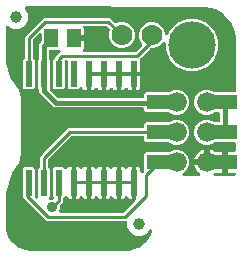
<source format=gbr>
G04 EAGLE Gerber RS-274X export*
G75*
%MOMM*%
%FSLAX34Y34*%
%LPD*%
%INBottom Copper*%
%IPPOS*%
%AMOC8*
5,1,8,0,0,1.08239X$1,22.5*%
G01*
%ADD10R,1.240000X1.500000*%
%ADD11C,4.016000*%
%ADD12C,1.676400*%
%ADD13R,2.032000X1.270000*%
%ADD14C,1.000000*%
%ADD15R,0.600000X2.200000*%
%ADD16C,1.778000*%
%ADD17C,0.406400*%
%ADD18C,0.906400*%
%ADD19C,0.254000*%
%ADD20C,0.304800*%

G36*
X105432Y4067D02*
X105432Y4067D01*
X105510Y4069D01*
X108887Y4334D01*
X108955Y4348D01*
X109024Y4353D01*
X109180Y4393D01*
X115604Y6480D01*
X115711Y6530D01*
X115822Y6574D01*
X115873Y6607D01*
X115892Y6615D01*
X115907Y6628D01*
X115958Y6660D01*
X121422Y10631D01*
X121509Y10712D01*
X121556Y10751D01*
X121562Y10755D01*
X121563Y10756D01*
X121601Y10788D01*
X121639Y10834D01*
X121654Y10848D01*
X121665Y10866D01*
X121703Y10912D01*
X125674Y16376D01*
X125731Y16480D01*
X125795Y16580D01*
X125817Y16637D01*
X125827Y16655D01*
X125832Y16675D01*
X125854Y16730D01*
X127090Y20535D01*
X127095Y20561D01*
X127106Y20585D01*
X127125Y20717D01*
X127150Y20847D01*
X127148Y20874D01*
X127152Y20900D01*
X127138Y21032D01*
X127130Y21165D01*
X127122Y21190D01*
X127119Y21216D01*
X127073Y21341D01*
X127032Y21467D01*
X127017Y21490D01*
X127008Y21515D01*
X126932Y21624D01*
X126861Y21736D01*
X126842Y21754D01*
X126827Y21776D01*
X126726Y21863D01*
X126630Y21953D01*
X126606Y21966D01*
X126586Y21984D01*
X126467Y22043D01*
X126351Y22107D01*
X126325Y22113D01*
X126301Y22125D01*
X126171Y22153D01*
X126043Y22186D01*
X126016Y22186D01*
X125990Y22192D01*
X125857Y22186D01*
X125725Y22186D01*
X125699Y22180D01*
X125673Y22179D01*
X125545Y22140D01*
X125417Y22108D01*
X125394Y22095D01*
X125368Y22087D01*
X125254Y22018D01*
X125138Y21955D01*
X125119Y21936D01*
X125096Y21923D01*
X125003Y21828D01*
X124906Y21737D01*
X124892Y21715D01*
X124873Y21696D01*
X124784Y21562D01*
X123653Y19603D01*
X119012Y16923D01*
X113652Y16923D01*
X109011Y19603D01*
X106331Y24244D01*
X106331Y28448D01*
X106316Y28566D01*
X106309Y28685D01*
X106296Y28723D01*
X106291Y28764D01*
X106248Y28874D01*
X106211Y28987D01*
X106189Y29022D01*
X106174Y29059D01*
X106105Y29155D01*
X106041Y29256D01*
X106011Y29284D01*
X105988Y29317D01*
X105896Y29393D01*
X105809Y29474D01*
X105774Y29494D01*
X105743Y29519D01*
X105635Y29570D01*
X105531Y29628D01*
X105491Y29638D01*
X105455Y29655D01*
X105338Y29677D01*
X105223Y29707D01*
X105163Y29711D01*
X105143Y29715D01*
X105122Y29713D01*
X105062Y29717D01*
X38002Y29717D01*
X35696Y32023D01*
X35696Y32024D01*
X20594Y47126D01*
X18225Y49494D01*
X18211Y49530D01*
X18183Y49625D01*
X18153Y49677D01*
X18130Y49733D01*
X18072Y49814D01*
X18022Y49899D01*
X17956Y49974D01*
X17944Y49991D01*
X17934Y49999D01*
X17916Y50020D01*
X17827Y50108D01*
X17827Y73792D01*
X19018Y74983D01*
X26702Y74983D01*
X27893Y73792D01*
X27893Y49694D01*
X27905Y49596D01*
X27908Y49497D01*
X27925Y49438D01*
X27933Y49378D01*
X27969Y49286D01*
X27997Y49191D01*
X28027Y49139D01*
X28050Y49083D01*
X28108Y49003D01*
X28158Y48917D01*
X28224Y48842D01*
X28236Y48825D01*
X28246Y48817D01*
X28264Y48796D01*
X28361Y48700D01*
X28470Y48615D01*
X28577Y48526D01*
X28596Y48518D01*
X28612Y48505D01*
X28740Y48450D01*
X28865Y48391D01*
X28885Y48387D01*
X28904Y48379D01*
X29042Y48357D01*
X29178Y48331D01*
X29198Y48332D01*
X29218Y48329D01*
X29357Y48342D01*
X29495Y48351D01*
X29514Y48357D01*
X29534Y48359D01*
X29666Y48406D01*
X29797Y48449D01*
X29815Y48460D01*
X29834Y48467D01*
X29949Y48545D01*
X30066Y48619D01*
X30080Y48634D01*
X30097Y48645D01*
X30189Y48749D01*
X30284Y48851D01*
X30294Y48868D01*
X30307Y48884D01*
X30371Y49007D01*
X30438Y49129D01*
X30443Y49149D01*
X30452Y49167D01*
X30482Y49303D01*
X30517Y49437D01*
X30519Y49465D01*
X30522Y49477D01*
X30521Y49498D01*
X30527Y49598D01*
X30527Y73792D01*
X31886Y75150D01*
X31946Y75229D01*
X32014Y75301D01*
X32043Y75354D01*
X32080Y75402D01*
X32120Y75492D01*
X32168Y75579D01*
X32183Y75638D01*
X32207Y75693D01*
X32222Y75791D01*
X32247Y75887D01*
X32253Y75987D01*
X32257Y76007D01*
X32255Y76020D01*
X32257Y76048D01*
X32257Y83918D01*
X34563Y86224D01*
X34564Y86224D01*
X53730Y105390D01*
X56036Y107697D01*
X119380Y107697D01*
X119498Y107712D01*
X119617Y107719D01*
X119655Y107732D01*
X119696Y107737D01*
X119806Y107780D01*
X119919Y107817D01*
X119954Y107839D01*
X119991Y107854D01*
X120087Y107923D01*
X120188Y107987D01*
X120216Y108017D01*
X120249Y108040D01*
X120325Y108132D01*
X120406Y108219D01*
X120426Y108254D01*
X120451Y108285D01*
X120502Y108393D01*
X120560Y108497D01*
X120570Y108537D01*
X120587Y108573D01*
X120609Y108690D01*
X120639Y108805D01*
X120643Y108865D01*
X120647Y108885D01*
X120645Y108906D01*
X120649Y108966D01*
X120649Y111586D01*
X121840Y112777D01*
X141210Y112777D01*
X141309Y112789D01*
X141408Y112792D01*
X141466Y112809D01*
X141526Y112817D01*
X141618Y112853D01*
X141713Y112881D01*
X141765Y112911D01*
X141822Y112934D01*
X141902Y112992D01*
X141987Y113042D01*
X142062Y113108D01*
X142079Y113120D01*
X142087Y113130D01*
X142108Y113149D01*
X142183Y113223D01*
X146010Y114809D01*
X150154Y114809D01*
X153981Y113223D01*
X156911Y110293D01*
X158497Y106466D01*
X158497Y102322D01*
X156911Y98495D01*
X153981Y95565D01*
X150154Y93979D01*
X146010Y93979D01*
X142183Y95565D01*
X142108Y95639D01*
X142030Y95700D01*
X141957Y95768D01*
X141904Y95797D01*
X141857Y95834D01*
X141766Y95874D01*
X141679Y95922D01*
X141620Y95937D01*
X141565Y95961D01*
X141467Y95976D01*
X141371Y96001D01*
X141271Y96007D01*
X141251Y96011D01*
X141239Y96009D01*
X141210Y96011D01*
X121840Y96011D01*
X120649Y97202D01*
X120649Y99822D01*
X120634Y99940D01*
X120627Y100059D01*
X120614Y100097D01*
X120609Y100138D01*
X120566Y100248D01*
X120529Y100361D01*
X120507Y100396D01*
X120492Y100433D01*
X120423Y100529D01*
X120359Y100630D01*
X120329Y100658D01*
X120306Y100691D01*
X120214Y100767D01*
X120127Y100848D01*
X120092Y100868D01*
X120061Y100893D01*
X119953Y100944D01*
X119849Y101002D01*
X119809Y101012D01*
X119773Y101029D01*
X119656Y101051D01*
X119541Y101081D01*
X119481Y101085D01*
X119461Y101089D01*
X119440Y101087D01*
X119380Y101091D01*
X59298Y101091D01*
X59200Y101079D01*
X59101Y101076D01*
X59042Y101059D01*
X58982Y101051D01*
X58890Y101015D01*
X58795Y100987D01*
X58743Y100957D01*
X58687Y100934D01*
X58607Y100876D01*
X58521Y100826D01*
X58446Y100760D01*
X58429Y100748D01*
X58421Y100738D01*
X58400Y100720D01*
X39234Y81554D01*
X39174Y81475D01*
X39106Y81403D01*
X39077Y81350D01*
X39040Y81302D01*
X39000Y81211D01*
X38952Y81125D01*
X38937Y81066D01*
X38913Y81011D01*
X38898Y80913D01*
X38873Y80817D01*
X38867Y80717D01*
X38863Y80697D01*
X38865Y80684D01*
X38863Y80656D01*
X38863Y76048D01*
X38875Y75950D01*
X38878Y75851D01*
X38895Y75792D01*
X38903Y75732D01*
X38939Y75640D01*
X38967Y75545D01*
X38997Y75493D01*
X39020Y75437D01*
X39078Y75356D01*
X39128Y75271D01*
X39194Y75196D01*
X39206Y75179D01*
X39216Y75171D01*
X39234Y75150D01*
X40593Y73792D01*
X40593Y50108D01*
X40007Y49523D01*
X39965Y49467D01*
X39914Y49419D01*
X39867Y49342D01*
X39812Y49271D01*
X39785Y49207D01*
X39748Y49148D01*
X39722Y49062D01*
X39686Y48979D01*
X39675Y48910D01*
X39654Y48844D01*
X39650Y48754D01*
X39636Y48665D01*
X39643Y48596D01*
X39639Y48526D01*
X39657Y48438D01*
X39666Y48349D01*
X39690Y48283D01*
X39704Y48215D01*
X39743Y48134D01*
X39773Y48049D01*
X39813Y47992D01*
X39843Y47929D01*
X39902Y47860D01*
X39952Y47786D01*
X40004Y47740D01*
X40050Y47687D01*
X40123Y47635D01*
X40190Y47576D01*
X40253Y47544D01*
X40310Y47504D01*
X40394Y47472D01*
X40474Y47431D01*
X40542Y47416D01*
X40607Y47391D01*
X40696Y47381D01*
X40784Y47362D01*
X40854Y47364D01*
X40923Y47356D01*
X41012Y47368D01*
X41102Y47371D01*
X41169Y47391D01*
X41238Y47400D01*
X41292Y47419D01*
X42852Y47419D01*
X42990Y47436D01*
X43129Y47449D01*
X43148Y47456D01*
X43168Y47459D01*
X43297Y47510D01*
X43428Y47557D01*
X43445Y47568D01*
X43464Y47576D01*
X43576Y47657D01*
X43691Y47735D01*
X43704Y47751D01*
X43721Y47762D01*
X43810Y47870D01*
X43902Y47974D01*
X43911Y47992D01*
X43924Y48007D01*
X43983Y48133D01*
X44046Y48257D01*
X44051Y48277D01*
X44059Y48295D01*
X44085Y48432D01*
X44116Y48567D01*
X44115Y48588D01*
X44119Y48607D01*
X44110Y48746D01*
X44106Y48885D01*
X44101Y48905D01*
X44099Y48925D01*
X44057Y49057D01*
X44018Y49191D01*
X44007Y49208D01*
X44001Y49227D01*
X43927Y49345D01*
X43856Y49465D01*
X43838Y49486D01*
X43831Y49496D01*
X43816Y49510D01*
X43750Y49585D01*
X43227Y50108D01*
X43227Y73792D01*
X44418Y74983D01*
X52102Y74983D01*
X53530Y73554D01*
X53630Y73477D01*
X53725Y73395D01*
X53755Y73380D01*
X53782Y73359D01*
X53897Y73309D01*
X54009Y73254D01*
X54042Y73247D01*
X54073Y73233D01*
X54198Y73213D01*
X54321Y73187D01*
X54354Y73189D01*
X54387Y73183D01*
X54513Y73195D01*
X54638Y73200D01*
X54671Y73210D01*
X54704Y73213D01*
X54822Y73256D01*
X54943Y73292D01*
X54972Y73309D01*
X55003Y73321D01*
X55107Y73391D01*
X55215Y73456D01*
X55239Y73480D01*
X55267Y73499D01*
X55350Y73594D01*
X55438Y73683D01*
X55465Y73724D01*
X55477Y73738D01*
X55487Y73757D01*
X55527Y73817D01*
X55927Y74510D01*
X56400Y74983D01*
X56979Y75318D01*
X57626Y75491D01*
X59461Y75491D01*
X59461Y62180D01*
X59476Y62062D01*
X59483Y61943D01*
X59485Y61936D01*
X59471Y61880D01*
X59467Y61820D01*
X59463Y61800D01*
X59465Y61780D01*
X59461Y61720D01*
X59461Y48409D01*
X57626Y48409D01*
X56979Y48582D01*
X56400Y48917D01*
X55927Y49390D01*
X55527Y50083D01*
X55451Y50183D01*
X55380Y50287D01*
X55355Y50309D01*
X55335Y50336D01*
X55236Y50414D01*
X55142Y50497D01*
X55112Y50513D01*
X55086Y50534D01*
X54970Y50585D01*
X54859Y50642D01*
X54826Y50649D01*
X54795Y50663D01*
X54671Y50684D01*
X54548Y50712D01*
X54515Y50711D01*
X54481Y50716D01*
X54356Y50706D01*
X54231Y50702D01*
X54198Y50693D01*
X54165Y50690D01*
X54046Y50648D01*
X53925Y50614D01*
X53896Y50596D01*
X53864Y50585D01*
X53759Y50516D01*
X53651Y50452D01*
X53614Y50420D01*
X53599Y50410D01*
X53585Y50393D01*
X53530Y50346D01*
X51934Y48750D01*
X51874Y48671D01*
X51806Y48599D01*
X51777Y48546D01*
X51740Y48498D01*
X51700Y48408D01*
X51652Y48321D01*
X51637Y48262D01*
X51613Y48207D01*
X51598Y48109D01*
X51573Y48013D01*
X51567Y47913D01*
X51563Y47893D01*
X51565Y47880D01*
X51563Y47852D01*
X51563Y45131D01*
X49551Y43120D01*
X49491Y43041D01*
X49423Y42969D01*
X49394Y42916D01*
X49357Y42868D01*
X49317Y42777D01*
X49269Y42691D01*
X49254Y42632D01*
X49230Y42577D01*
X49215Y42479D01*
X49190Y42383D01*
X49184Y42283D01*
X49180Y42262D01*
X49182Y42250D01*
X49180Y42222D01*
X49180Y39548D01*
X48571Y38078D01*
X48558Y38030D01*
X48536Y37985D01*
X48516Y37877D01*
X48487Y37771D01*
X48486Y37721D01*
X48477Y37672D01*
X48483Y37563D01*
X48482Y37453D01*
X48493Y37405D01*
X48496Y37355D01*
X48530Y37251D01*
X48556Y37144D01*
X48579Y37100D01*
X48594Y37053D01*
X48653Y36960D01*
X48705Y36863D01*
X48738Y36826D01*
X48765Y36784D01*
X48845Y36709D01*
X48918Y36627D01*
X48960Y36600D01*
X48996Y36566D01*
X49092Y36513D01*
X49184Y36453D01*
X49231Y36436D01*
X49275Y36412D01*
X49381Y36385D01*
X49485Y36349D01*
X49535Y36345D01*
X49583Y36333D01*
X49743Y36323D01*
X102246Y36323D01*
X102344Y36335D01*
X102443Y36338D01*
X102502Y36355D01*
X102562Y36363D01*
X102654Y36399D01*
X102749Y36427D01*
X102801Y36457D01*
X102857Y36480D01*
X102938Y36538D01*
X103023Y36588D01*
X103098Y36654D01*
X103115Y36666D01*
X103123Y36676D01*
X103144Y36694D01*
X112888Y46438D01*
X112948Y46517D01*
X113016Y46589D01*
X113045Y46642D01*
X113082Y46690D01*
X113122Y46781D01*
X113170Y46867D01*
X113185Y46926D01*
X113209Y46981D01*
X113224Y47079D01*
X113249Y47175D01*
X113255Y47275D01*
X113259Y47296D01*
X113257Y47308D01*
X113259Y47336D01*
X113259Y61720D01*
X113244Y61838D01*
X113237Y61957D01*
X113235Y61964D01*
X113249Y62020D01*
X113253Y62080D01*
X113257Y62100D01*
X113255Y62120D01*
X113259Y62180D01*
X113259Y75491D01*
X115094Y75491D01*
X115741Y75318D01*
X116320Y74983D01*
X116793Y74510D01*
X117128Y73931D01*
X117301Y73284D01*
X117301Y71188D01*
X117318Y71050D01*
X117331Y70911D01*
X117338Y70892D01*
X117341Y70872D01*
X117392Y70743D01*
X117439Y70612D01*
X117450Y70595D01*
X117458Y70577D01*
X117539Y70464D01*
X117617Y70349D01*
X117633Y70336D01*
X117644Y70319D01*
X117752Y70230D01*
X117856Y70138D01*
X117874Y70129D01*
X117889Y70116D01*
X118015Y70057D01*
X118139Y69994D01*
X118159Y69989D01*
X118177Y69981D01*
X118314Y69955D01*
X118449Y69924D01*
X118470Y69925D01*
X118489Y69921D01*
X118628Y69930D01*
X118767Y69934D01*
X118787Y69940D01*
X118807Y69941D01*
X118939Y69984D01*
X119073Y70022D01*
X119090Y70033D01*
X119109Y70039D01*
X119227Y70113D01*
X119347Y70184D01*
X119368Y70202D01*
X119378Y70209D01*
X119392Y70224D01*
X119467Y70290D01*
X120278Y71100D01*
X120338Y71178D01*
X120406Y71251D01*
X120435Y71304D01*
X120472Y71352D01*
X120512Y71442D01*
X120560Y71529D01*
X120575Y71588D01*
X120599Y71643D01*
X120614Y71741D01*
X120639Y71837D01*
X120645Y71937D01*
X120649Y71958D01*
X120647Y71970D01*
X120649Y71998D01*
X120649Y86186D01*
X121840Y87377D01*
X141210Y87377D01*
X141309Y87389D01*
X141408Y87392D01*
X141466Y87409D01*
X141526Y87417D01*
X141618Y87453D01*
X141713Y87481D01*
X141765Y87511D01*
X141822Y87534D01*
X141902Y87592D01*
X141987Y87642D01*
X142062Y87708D01*
X142079Y87720D01*
X142087Y87730D01*
X142108Y87748D01*
X142183Y87823D01*
X146010Y89409D01*
X150154Y89409D01*
X153981Y87823D01*
X156911Y84893D01*
X158497Y81066D01*
X158497Y76922D01*
X156911Y73095D01*
X153981Y70165D01*
X153600Y70007D01*
X153539Y69972D01*
X153474Y69946D01*
X153401Y69894D01*
X153323Y69849D01*
X153273Y69801D01*
X153217Y69760D01*
X153159Y69690D01*
X153095Y69628D01*
X153058Y69568D01*
X153014Y69515D01*
X152976Y69433D01*
X152929Y69357D01*
X152908Y69290D01*
X152878Y69227D01*
X152861Y69139D01*
X152835Y69053D01*
X152832Y68983D01*
X152819Y68914D01*
X152824Y68825D01*
X152820Y68735D01*
X152834Y68667D01*
X152838Y68597D01*
X152866Y68512D01*
X152884Y68424D01*
X152915Y68361D01*
X152936Y68295D01*
X152984Y68219D01*
X153024Y68138D01*
X153069Y68085D01*
X153106Y68026D01*
X153172Y67964D01*
X153230Y67896D01*
X153287Y67856D01*
X153338Y67808D01*
X153417Y67765D01*
X153490Y67713D01*
X153555Y67688D01*
X153617Y67654D01*
X153704Y67632D01*
X153788Y67600D01*
X153857Y67592D01*
X153925Y67575D01*
X154085Y67565D01*
X166724Y67565D01*
X166803Y67575D01*
X166883Y67575D01*
X166960Y67595D01*
X167039Y67605D01*
X167113Y67634D01*
X167191Y67654D01*
X167261Y67692D01*
X167335Y67722D01*
X167400Y67768D01*
X167469Y67807D01*
X167528Y67861D01*
X167592Y67908D01*
X167643Y67970D01*
X167701Y68024D01*
X167744Y68092D01*
X167795Y68153D01*
X167829Y68225D01*
X167872Y68293D01*
X167897Y68369D01*
X167931Y68441D01*
X167946Y68519D01*
X167970Y68595D01*
X167976Y68675D01*
X167991Y68753D01*
X167986Y68833D01*
X167991Y68912D01*
X167976Y68991D01*
X167971Y69071D01*
X167946Y69147D01*
X167931Y69225D01*
X167897Y69297D01*
X167873Y69373D01*
X167830Y69441D01*
X167796Y69513D01*
X167745Y69575D01*
X167703Y69642D01*
X167645Y69697D01*
X167594Y69758D01*
X167472Y69859D01*
X167471Y69860D01*
X167470Y69861D01*
X166366Y70663D01*
X165151Y71878D01*
X164140Y73269D01*
X163359Y74801D01*
X162828Y76436D01*
X162819Y76495D01*
X172252Y76495D01*
X172370Y76510D01*
X172489Y76517D01*
X172527Y76529D01*
X172567Y76535D01*
X172678Y76578D01*
X172791Y76615D01*
X172825Y76637D01*
X172863Y76652D01*
X172959Y76721D01*
X173060Y76785D01*
X173088Y76815D01*
X173120Y76838D01*
X173196Y76930D01*
X173278Y77017D01*
X173297Y77052D01*
X173323Y77083D01*
X173374Y77191D01*
X173431Y77295D01*
X173441Y77335D01*
X173459Y77371D01*
X173479Y77478D01*
X173483Y77448D01*
X173527Y77338D01*
X173563Y77225D01*
X173585Y77190D01*
X173600Y77153D01*
X173670Y77056D01*
X173733Y76956D01*
X173763Y76928D01*
X173787Y76895D01*
X173878Y76819D01*
X173965Y76738D01*
X174000Y76718D01*
X174032Y76693D01*
X174139Y76642D01*
X174244Y76584D01*
X174283Y76574D01*
X174319Y76557D01*
X174436Y76535D01*
X174552Y76505D01*
X174612Y76501D01*
X174632Y76497D01*
X174652Y76499D01*
X174712Y76495D01*
X185321Y76495D01*
X185346Y76486D01*
X185406Y76480D01*
X185464Y76465D01*
X185625Y76455D01*
X186183Y76455D01*
X186183Y70103D01*
X180240Y70103D01*
X180142Y70091D01*
X180043Y70088D01*
X179985Y70071D01*
X179925Y70063D01*
X179833Y70027D01*
X179737Y69999D01*
X179685Y69969D01*
X179629Y69946D01*
X179549Y69888D01*
X179464Y69838D01*
X179388Y69772D01*
X179372Y69760D01*
X179364Y69750D01*
X179343Y69732D01*
X179343Y69731D01*
X179257Y69622D01*
X179169Y69515D01*
X179160Y69496D01*
X179148Y69480D01*
X179092Y69352D01*
X179033Y69227D01*
X179029Y69207D01*
X179021Y69188D01*
X178999Y69050D01*
X178973Y68914D01*
X178975Y68894D01*
X178972Y68874D01*
X178985Y68735D01*
X178993Y68597D01*
X178999Y68578D01*
X179001Y68558D01*
X179049Y68426D01*
X179091Y68295D01*
X179102Y68277D01*
X179109Y68258D01*
X179187Y68143D01*
X179261Y68026D01*
X179276Y68012D01*
X179288Y67995D01*
X179392Y67903D01*
X179493Y67808D01*
X179511Y67798D01*
X179526Y67785D01*
X179650Y67721D01*
X179772Y67654D01*
X179791Y67649D01*
X179809Y67640D01*
X179945Y67610D01*
X180079Y67575D01*
X180108Y67573D01*
X180119Y67570D01*
X180140Y67571D01*
X180240Y67565D01*
X196850Y67565D01*
X196968Y67580D01*
X197087Y67587D01*
X197125Y67600D01*
X197166Y67605D01*
X197276Y67648D01*
X197389Y67685D01*
X197424Y67707D01*
X197461Y67722D01*
X197557Y67791D01*
X197658Y67855D01*
X197686Y67885D01*
X197719Y67908D01*
X197795Y68000D01*
X197876Y68087D01*
X197896Y68122D01*
X197921Y68153D01*
X197972Y68261D01*
X198030Y68365D01*
X198040Y68405D01*
X198057Y68441D01*
X198079Y68558D01*
X198109Y68673D01*
X198113Y68734D01*
X198117Y68754D01*
X198115Y68774D01*
X198119Y68834D01*
X198104Y68952D01*
X198097Y69071D01*
X198084Y69109D01*
X198079Y69150D01*
X198036Y69260D01*
X197999Y69373D01*
X197977Y69408D01*
X197962Y69445D01*
X197893Y69541D01*
X197829Y69642D01*
X197799Y69670D01*
X197776Y69703D01*
X197684Y69779D01*
X197597Y69860D01*
X197562Y69880D01*
X197531Y69905D01*
X197423Y69956D01*
X197319Y70014D01*
X197279Y70024D01*
X197243Y70041D01*
X197126Y70063D01*
X197011Y70093D01*
X196951Y70097D01*
X196931Y70101D01*
X196910Y70099D01*
X196850Y70103D01*
X191261Y70103D01*
X191261Y77724D01*
X191246Y77842D01*
X191239Y77961D01*
X191226Y77999D01*
X191221Y78039D01*
X191177Y78150D01*
X191141Y78263D01*
X191119Y78298D01*
X191104Y78335D01*
X191034Y78431D01*
X190971Y78532D01*
X190941Y78560D01*
X190917Y78592D01*
X190826Y78668D01*
X190739Y78750D01*
X190704Y78769D01*
X190672Y78795D01*
X190565Y78846D01*
X190461Y78903D01*
X190421Y78914D01*
X190385Y78931D01*
X190268Y78953D01*
X190153Y78983D01*
X190092Y78987D01*
X190072Y78991D01*
X190052Y78989D01*
X189992Y78993D01*
X188721Y78993D01*
X188721Y78995D01*
X189992Y78995D01*
X190110Y79010D01*
X190229Y79017D01*
X190267Y79030D01*
X190307Y79035D01*
X190418Y79079D01*
X190531Y79115D01*
X190566Y79137D01*
X190603Y79152D01*
X190699Y79222D01*
X190800Y79285D01*
X190828Y79315D01*
X190860Y79339D01*
X190936Y79430D01*
X191018Y79517D01*
X191037Y79552D01*
X191063Y79584D01*
X191114Y79691D01*
X191171Y79795D01*
X191182Y79835D01*
X191199Y79871D01*
X191221Y79988D01*
X191251Y80103D01*
X191255Y80164D01*
X191259Y80184D01*
X191257Y80204D01*
X191261Y80264D01*
X191261Y87885D01*
X196850Y87885D01*
X196968Y87900D01*
X197087Y87907D01*
X197125Y87920D01*
X197166Y87925D01*
X197276Y87968D01*
X197389Y88005D01*
X197424Y88027D01*
X197461Y88042D01*
X197557Y88111D01*
X197658Y88175D01*
X197686Y88205D01*
X197719Y88228D01*
X197795Y88320D01*
X197876Y88407D01*
X197896Y88442D01*
X197921Y88473D01*
X197972Y88581D01*
X198030Y88685D01*
X198040Y88725D01*
X198057Y88761D01*
X198079Y88878D01*
X198109Y88993D01*
X198113Y89053D01*
X198117Y89073D01*
X198115Y89094D01*
X198119Y89154D01*
X198119Y94742D01*
X198104Y94860D01*
X198097Y94979D01*
X198084Y95017D01*
X198079Y95058D01*
X198036Y95168D01*
X197999Y95281D01*
X197977Y95316D01*
X197962Y95353D01*
X197893Y95449D01*
X197829Y95550D01*
X197799Y95578D01*
X197776Y95611D01*
X197684Y95687D01*
X197597Y95768D01*
X197562Y95788D01*
X197531Y95813D01*
X197423Y95864D01*
X197319Y95922D01*
X197279Y95932D01*
X197243Y95949D01*
X197126Y95971D01*
X197011Y96001D01*
X196951Y96005D01*
X196931Y96009D01*
X196910Y96007D01*
X196850Y96011D01*
X180354Y96011D01*
X180255Y95999D01*
X180156Y95996D01*
X180098Y95979D01*
X180038Y95971D01*
X179946Y95935D01*
X179851Y95907D01*
X179799Y95877D01*
X179742Y95854D01*
X179662Y95796D01*
X179577Y95746D01*
X179502Y95680D01*
X179485Y95668D01*
X179477Y95658D01*
X179456Y95640D01*
X179381Y95565D01*
X175554Y93979D01*
X171410Y93979D01*
X167583Y95565D01*
X164653Y98495D01*
X163067Y102322D01*
X163067Y106466D01*
X164653Y110293D01*
X167583Y113223D01*
X171410Y114809D01*
X175554Y114809D01*
X179381Y113223D01*
X179456Y113148D01*
X179534Y113088D01*
X179607Y113020D01*
X179660Y112991D01*
X179707Y112954D01*
X179798Y112914D01*
X179885Y112866D01*
X179944Y112851D01*
X179999Y112827D01*
X180097Y112812D01*
X180193Y112787D01*
X180293Y112781D01*
X180313Y112777D01*
X180326Y112779D01*
X180354Y112777D01*
X183388Y112777D01*
X183506Y112792D01*
X183625Y112799D01*
X183663Y112812D01*
X183704Y112817D01*
X183814Y112860D01*
X183927Y112897D01*
X183962Y112919D01*
X183999Y112934D01*
X184095Y113003D01*
X184196Y113067D01*
X184224Y113097D01*
X184257Y113120D01*
X184333Y113212D01*
X184414Y113299D01*
X184434Y113334D01*
X184459Y113365D01*
X184510Y113473D01*
X184568Y113577D01*
X184578Y113617D01*
X184595Y113653D01*
X184617Y113770D01*
X184647Y113885D01*
X184651Y113945D01*
X184655Y113965D01*
X184653Y113986D01*
X184657Y114046D01*
X184657Y120142D01*
X184642Y120260D01*
X184635Y120379D01*
X184622Y120417D01*
X184617Y120458D01*
X184574Y120568D01*
X184537Y120681D01*
X184515Y120716D01*
X184500Y120753D01*
X184431Y120849D01*
X184367Y120950D01*
X184337Y120978D01*
X184314Y121011D01*
X184222Y121087D01*
X184135Y121168D01*
X184100Y121188D01*
X184069Y121213D01*
X183961Y121264D01*
X183857Y121322D01*
X183817Y121332D01*
X183781Y121349D01*
X183664Y121371D01*
X183549Y121401D01*
X183489Y121405D01*
X183469Y121409D01*
X183448Y121407D01*
X183388Y121411D01*
X180354Y121411D01*
X180255Y121399D01*
X180156Y121396D01*
X180098Y121379D01*
X180038Y121371D01*
X179946Y121335D01*
X179851Y121307D01*
X179799Y121277D01*
X179742Y121254D01*
X179662Y121196D01*
X179577Y121146D01*
X179502Y121080D01*
X179485Y121068D01*
X179477Y121058D01*
X179456Y121040D01*
X179381Y120965D01*
X175554Y119379D01*
X171410Y119379D01*
X167583Y120965D01*
X164653Y123895D01*
X163067Y127722D01*
X163067Y131866D01*
X164653Y135693D01*
X167583Y138623D01*
X171410Y140209D01*
X175554Y140209D01*
X179381Y138623D01*
X179456Y138548D01*
X179534Y138488D01*
X179607Y138420D01*
X179660Y138391D01*
X179707Y138354D01*
X179798Y138314D01*
X179885Y138266D01*
X179944Y138251D01*
X179999Y138227D01*
X180097Y138212D01*
X180193Y138187D01*
X180293Y138181D01*
X180313Y138177D01*
X180326Y138179D01*
X180354Y138177D01*
X196850Y138177D01*
X196968Y138192D01*
X197087Y138199D01*
X197125Y138212D01*
X197166Y138217D01*
X197276Y138260D01*
X197389Y138297D01*
X197424Y138319D01*
X197461Y138334D01*
X197557Y138403D01*
X197658Y138467D01*
X197686Y138497D01*
X197719Y138520D01*
X197795Y138612D01*
X197876Y138699D01*
X197896Y138734D01*
X197921Y138765D01*
X197972Y138873D01*
X198030Y138977D01*
X198040Y139017D01*
X198057Y139053D01*
X198079Y139170D01*
X198109Y139285D01*
X198113Y139345D01*
X198117Y139365D01*
X198115Y139386D01*
X198119Y139446D01*
X198119Y185184D01*
X198116Y185206D01*
X198118Y185228D01*
X198103Y185389D01*
X197440Y189455D01*
X197420Y189521D01*
X197410Y189589D01*
X197357Y189742D01*
X194116Y197466D01*
X194083Y197523D01*
X194081Y197530D01*
X194060Y197564D01*
X194057Y197569D01*
X194004Y197676D01*
X193967Y197724D01*
X193957Y197742D01*
X193943Y197756D01*
X193911Y197798D01*
X193911Y197799D01*
X193910Y197799D01*
X193907Y197804D01*
X188437Y204149D01*
X188349Y204229D01*
X188266Y204313D01*
X188216Y204348D01*
X188201Y204362D01*
X188183Y204371D01*
X188134Y204405D01*
X180971Y208750D01*
X180863Y208798D01*
X180757Y208853D01*
X180699Y208871D01*
X180680Y208879D01*
X180660Y208883D01*
X180603Y208900D01*
X172449Y210818D01*
X172380Y210825D01*
X172313Y210842D01*
X172152Y210852D01*
X169228Y210838D01*
X169133Y210826D01*
X169038Y210823D01*
X169017Y210817D01*
X167798Y210819D01*
X167776Y210816D01*
X167690Y210815D01*
X166706Y210733D01*
X166602Y210760D01*
X166494Y210796D01*
X166448Y210800D01*
X166404Y210811D01*
X166244Y210821D01*
X20826Y211043D01*
X20694Y211026D01*
X20560Y211015D01*
X20536Y211007D01*
X20510Y211003D01*
X20386Y210955D01*
X20260Y210911D01*
X20238Y210896D01*
X20214Y210887D01*
X20106Y210809D01*
X19995Y210735D01*
X19978Y210716D01*
X19956Y210700D01*
X19871Y210598D01*
X19782Y210499D01*
X19770Y210476D01*
X19753Y210456D01*
X19696Y210335D01*
X19634Y210217D01*
X19628Y210192D01*
X19617Y210168D01*
X19592Y210037D01*
X19561Y209907D01*
X19562Y209881D01*
X19557Y209856D01*
X19565Y209723D01*
X19568Y209590D01*
X19575Y209564D01*
X19576Y209538D01*
X19617Y209412D01*
X19653Y209283D01*
X19669Y209250D01*
X19674Y209236D01*
X19685Y209217D01*
X19724Y209139D01*
X22193Y204864D01*
X22193Y199504D01*
X19513Y194863D01*
X14872Y192183D01*
X9512Y192183D01*
X5207Y194669D01*
X5084Y194721D01*
X4965Y194777D01*
X4938Y194782D01*
X4913Y194792D01*
X4782Y194812D01*
X4652Y194837D01*
X4626Y194835D01*
X4599Y194839D01*
X4467Y194825D01*
X4335Y194817D01*
X4309Y194809D01*
X4283Y194806D01*
X4158Y194760D01*
X4033Y194719D01*
X4010Y194704D01*
X3984Y194695D01*
X3876Y194620D01*
X3764Y194549D01*
X3745Y194529D01*
X3723Y194514D01*
X3637Y194414D01*
X3546Y194317D01*
X3533Y194293D01*
X3515Y194273D01*
X3456Y194154D01*
X3392Y194039D01*
X3386Y194013D01*
X3374Y193988D01*
X3346Y193859D01*
X3313Y193731D01*
X3311Y193693D01*
X3307Y193677D01*
X3308Y193655D01*
X3303Y193570D01*
X3303Y163446D01*
X3319Y163319D01*
X3328Y163192D01*
X3340Y163148D01*
X3343Y163130D01*
X3351Y163110D01*
X3371Y163036D01*
X8141Y149052D01*
X8163Y149007D01*
X8177Y148959D01*
X8233Y148865D01*
X8281Y148766D01*
X8313Y148728D01*
X8339Y148685D01*
X8445Y148564D01*
X10420Y146589D01*
X14099Y140218D01*
X16003Y133111D01*
X16003Y85837D01*
X14099Y78730D01*
X10420Y72359D01*
X8508Y70446D01*
X8460Y70385D01*
X8405Y70330D01*
X8363Y70260D01*
X8313Y70195D01*
X8282Y70124D01*
X8242Y70057D01*
X8187Y69906D01*
X8186Y69904D01*
X8186Y69903D01*
X3354Y53404D01*
X3338Y53305D01*
X3313Y53208D01*
X3307Y53111D01*
X3303Y53090D01*
X3305Y53077D01*
X3303Y53047D01*
X3303Y27172D01*
X3313Y27091D01*
X3313Y27009D01*
X3333Y26934D01*
X3337Y26898D01*
X3303Y25638D01*
X3304Y25627D01*
X3303Y25603D01*
X3303Y25524D01*
X3305Y25506D01*
X3304Y25458D01*
X3462Y22400D01*
X3474Y22332D01*
X3477Y22262D01*
X3512Y22105D01*
X5257Y16196D01*
X5305Y16087D01*
X5346Y15976D01*
X5377Y15924D01*
X5385Y15905D01*
X5398Y15889D01*
X5428Y15838D01*
X8914Y10757D01*
X8993Y10668D01*
X9066Y10575D01*
X9112Y10534D01*
X9125Y10519D01*
X9142Y10508D01*
X9187Y10469D01*
X14072Y6714D01*
X14174Y6654D01*
X14273Y6587D01*
X14329Y6563D01*
X14346Y6553D01*
X14366Y6547D01*
X14421Y6524D01*
X20227Y4462D01*
X20295Y4447D01*
X20359Y4423D01*
X20518Y4396D01*
X23578Y4072D01*
X23595Y4072D01*
X23712Y4065D01*
X105410Y4065D01*
X105432Y4067D01*
G37*
%LPC*%
G36*
X146010Y119379D02*
X146010Y119379D01*
X142183Y120965D01*
X142108Y121039D01*
X142030Y121100D01*
X141957Y121168D01*
X141904Y121197D01*
X141857Y121234D01*
X141766Y121274D01*
X141679Y121322D01*
X141620Y121337D01*
X141565Y121361D01*
X141467Y121376D01*
X141371Y121401D01*
X141271Y121407D01*
X141251Y121411D01*
X141239Y121409D01*
X141210Y121411D01*
X121840Y121411D01*
X120649Y122602D01*
X120649Y124206D01*
X120634Y124324D01*
X120627Y124443D01*
X120614Y124481D01*
X120609Y124522D01*
X120566Y124632D01*
X120529Y124745D01*
X120507Y124780D01*
X120492Y124817D01*
X120423Y124913D01*
X120359Y125014D01*
X120329Y125042D01*
X120306Y125075D01*
X120214Y125151D01*
X120127Y125232D01*
X120092Y125252D01*
X120061Y125277D01*
X119953Y125328D01*
X119849Y125386D01*
X119809Y125396D01*
X119773Y125413D01*
X119656Y125435D01*
X119541Y125465D01*
X119481Y125469D01*
X119461Y125473D01*
X119440Y125471D01*
X119380Y125475D01*
X44036Y125475D01*
X31495Y138016D01*
X31495Y140614D01*
X31483Y140712D01*
X31480Y140811D01*
X31463Y140870D01*
X31455Y140930D01*
X31419Y141022D01*
X31391Y141117D01*
X31361Y141169D01*
X31338Y141225D01*
X31280Y141306D01*
X31230Y141391D01*
X31164Y141466D01*
X31152Y141483D01*
X31142Y141491D01*
X31124Y141512D01*
X30527Y142108D01*
X30527Y165792D01*
X31124Y166388D01*
X31184Y166467D01*
X31252Y166539D01*
X31281Y166592D01*
X31318Y166640D01*
X31358Y166730D01*
X31406Y166817D01*
X31421Y166876D01*
X31445Y166931D01*
X31460Y167029D01*
X31485Y167125D01*
X31491Y167225D01*
X31495Y167245D01*
X31493Y167258D01*
X31495Y167286D01*
X31495Y179332D01*
X33204Y181040D01*
X33264Y181118D01*
X33332Y181190D01*
X33361Y181243D01*
X33398Y181291D01*
X33438Y181382D01*
X33486Y181469D01*
X33501Y181527D01*
X33525Y181583D01*
X33540Y181681D01*
X33565Y181777D01*
X33571Y181877D01*
X33575Y181897D01*
X33573Y181909D01*
X33575Y181937D01*
X33575Y187130D01*
X33558Y187268D01*
X33545Y187407D01*
X33538Y187426D01*
X33535Y187446D01*
X33484Y187575D01*
X33437Y187706D01*
X33426Y187723D01*
X33418Y187741D01*
X33337Y187854D01*
X33259Y187969D01*
X33243Y187982D01*
X33232Y187999D01*
X33124Y188088D01*
X33020Y188180D01*
X33002Y188189D01*
X32987Y188202D01*
X32861Y188261D01*
X32737Y188324D01*
X32717Y188329D01*
X32699Y188337D01*
X32563Y188363D01*
X32427Y188394D01*
X32406Y188393D01*
X32387Y188397D01*
X32248Y188388D01*
X32109Y188384D01*
X32089Y188378D01*
X32069Y188377D01*
X31937Y188334D01*
X31803Y188296D01*
X31786Y188285D01*
X31767Y188279D01*
X31649Y188205D01*
X31529Y188134D01*
X31508Y188116D01*
X31498Y188109D01*
X31484Y188094D01*
X31409Y188028D01*
X26534Y183154D01*
X26474Y183075D01*
X26406Y183003D01*
X26377Y182950D01*
X26340Y182902D01*
X26300Y182811D01*
X26252Y182725D01*
X26237Y182666D01*
X26213Y182611D01*
X26198Y182513D01*
X26173Y182417D01*
X26167Y182317D01*
X26163Y182296D01*
X26165Y182284D01*
X26163Y182256D01*
X26163Y168048D01*
X26175Y167950D01*
X26178Y167851D01*
X26195Y167792D01*
X26203Y167732D01*
X26239Y167640D01*
X26267Y167545D01*
X26297Y167493D01*
X26320Y167437D01*
X26378Y167356D01*
X26428Y167271D01*
X26494Y167196D01*
X26506Y167179D01*
X26516Y167171D01*
X26534Y167150D01*
X27893Y165792D01*
X27893Y142108D01*
X26702Y140917D01*
X19018Y140917D01*
X17827Y142108D01*
X17827Y165792D01*
X19186Y167150D01*
X19246Y167229D01*
X19314Y167301D01*
X19343Y167354D01*
X19380Y167402D01*
X19420Y167492D01*
X19468Y167579D01*
X19483Y167638D01*
X19507Y167693D01*
X19522Y167791D01*
X19547Y167887D01*
X19553Y167987D01*
X19557Y168007D01*
X19555Y168020D01*
X19557Y168048D01*
X19557Y185518D01*
X35462Y201423D01*
X91538Y201423D01*
X95943Y197018D01*
X95967Y196999D01*
X95986Y196977D01*
X96092Y196902D01*
X96194Y196823D01*
X96222Y196811D01*
X96246Y196794D01*
X96367Y196748D01*
X96486Y196696D01*
X96515Y196692D01*
X96543Y196681D01*
X96672Y196667D01*
X96800Y196646D01*
X96830Y196649D01*
X96859Y196646D01*
X96988Y196664D01*
X97117Y196676D01*
X97145Y196686D01*
X97174Y196690D01*
X97326Y196742D01*
X99427Y197613D01*
X103773Y197613D01*
X107787Y195950D01*
X110860Y192877D01*
X112523Y188863D01*
X112523Y184517D01*
X110860Y180503D01*
X107787Y177430D01*
X103773Y175767D01*
X99427Y175767D01*
X95413Y177430D01*
X92340Y180503D01*
X90677Y184517D01*
X90677Y188863D01*
X91548Y190964D01*
X91555Y190992D01*
X91569Y191018D01*
X91597Y191145D01*
X91631Y191270D01*
X91632Y191300D01*
X91638Y191329D01*
X91634Y191459D01*
X91637Y191588D01*
X91630Y191617D01*
X91629Y191647D01*
X91593Y191771D01*
X91562Y191898D01*
X91549Y191924D01*
X91540Y191952D01*
X91475Y192064D01*
X91414Y192179D01*
X91394Y192201D01*
X91379Y192226D01*
X91272Y192347D01*
X89174Y194446D01*
X89095Y194506D01*
X89023Y194574D01*
X88970Y194603D01*
X88922Y194640D01*
X88831Y194680D01*
X88745Y194728D01*
X88686Y194743D01*
X88631Y194767D01*
X88533Y194782D01*
X88437Y194807D01*
X88337Y194813D01*
X88316Y194817D01*
X88304Y194815D01*
X88276Y194817D01*
X70165Y194817D01*
X70034Y194801D01*
X69902Y194790D01*
X69876Y194781D01*
X69849Y194777D01*
X69726Y194729D01*
X69601Y194685D01*
X69579Y194670D01*
X69554Y194660D01*
X69446Y194583D01*
X69336Y194509D01*
X69318Y194489D01*
X69296Y194474D01*
X69212Y194371D01*
X69123Y194273D01*
X69111Y194249D01*
X69094Y194229D01*
X69037Y194109D01*
X68976Y193992D01*
X68969Y193965D01*
X68958Y193941D01*
X68933Y193811D01*
X68903Y193682D01*
X68903Y193655D01*
X68898Y193629D01*
X68906Y193497D01*
X68909Y193364D01*
X68916Y193338D01*
X68918Y193311D01*
X68959Y193185D01*
X68994Y193058D01*
X69011Y193023D01*
X69016Y193009D01*
X69028Y192990D01*
X69066Y192913D01*
X69376Y192377D01*
X69549Y191730D01*
X69549Y186435D01*
X62078Y186435D01*
X61960Y186420D01*
X61841Y186413D01*
X61803Y186400D01*
X61763Y186395D01*
X61652Y186351D01*
X61539Y186315D01*
X61504Y186293D01*
X61467Y186278D01*
X61371Y186208D01*
X61270Y186145D01*
X61242Y186115D01*
X61210Y186091D01*
X61134Y186000D01*
X61052Y185913D01*
X61033Y185878D01*
X61007Y185846D01*
X60956Y185739D01*
X60899Y185635D01*
X60888Y185595D01*
X60871Y185559D01*
X60849Y185442D01*
X60819Y185327D01*
X60815Y185266D01*
X60811Y185246D01*
X60813Y185226D01*
X60809Y185166D01*
X60809Y182626D01*
X60824Y182508D01*
X60831Y182389D01*
X60844Y182351D01*
X60849Y182311D01*
X60893Y182200D01*
X60929Y182087D01*
X60951Y182052D01*
X60966Y182015D01*
X61036Y181919D01*
X61099Y181818D01*
X61129Y181790D01*
X61153Y181757D01*
X61244Y181682D01*
X61331Y181600D01*
X61366Y181580D01*
X61398Y181555D01*
X61505Y181504D01*
X61609Y181446D01*
X61649Y181436D01*
X61685Y181419D01*
X61802Y181397D01*
X61917Y181367D01*
X61978Y181363D01*
X61998Y181359D01*
X62018Y181361D01*
X62078Y181357D01*
X69549Y181357D01*
X69549Y176062D01*
X69376Y175415D01*
X69041Y174836D01*
X68585Y174380D01*
X68499Y174270D01*
X68411Y174163D01*
X68402Y174144D01*
X68390Y174128D01*
X68334Y174000D01*
X68275Y173875D01*
X68271Y173855D01*
X68263Y173836D01*
X68241Y173698D01*
X68215Y173562D01*
X68217Y173542D01*
X68213Y173522D01*
X68227Y173383D01*
X68235Y173245D01*
X68241Y173226D01*
X68243Y173206D01*
X68290Y173075D01*
X68333Y172943D01*
X68344Y172925D01*
X68351Y172906D01*
X68429Y172792D01*
X68503Y172674D01*
X68518Y172660D01*
X68529Y172643D01*
X68633Y172551D01*
X68735Y172456D01*
X68753Y172446D01*
X68768Y172433D01*
X68892Y172370D01*
X69013Y172302D01*
X69033Y172297D01*
X69051Y172288D01*
X69187Y172258D01*
X69321Y172223D01*
X69349Y172221D01*
X69361Y172218D01*
X69382Y172219D01*
X69482Y172213D01*
X112406Y172213D01*
X112504Y172225D01*
X112603Y172228D01*
X112662Y172245D01*
X112722Y172253D01*
X112814Y172289D01*
X112909Y172317D01*
X112961Y172347D01*
X113017Y172370D01*
X113097Y172428D01*
X113183Y172478D01*
X113258Y172544D01*
X113275Y172556D01*
X113283Y172566D01*
X113304Y172584D01*
X118584Y177864D01*
X118657Y177959D01*
X118735Y178048D01*
X118754Y178084D01*
X118779Y178116D01*
X118826Y178225D01*
X118880Y178331D01*
X118889Y178370D01*
X118905Y178407D01*
X118924Y178525D01*
X118950Y178641D01*
X118948Y178682D01*
X118955Y178722D01*
X118944Y178840D01*
X118940Y178959D01*
X118929Y178998D01*
X118925Y179038D01*
X118885Y179150D01*
X118852Y179265D01*
X118831Y179299D01*
X118817Y179337D01*
X118750Y179436D01*
X118690Y179539D01*
X118650Y179584D01*
X118639Y179601D01*
X118623Y179614D01*
X118584Y179659D01*
X117740Y180503D01*
X116077Y184517D01*
X116077Y188863D01*
X117740Y192877D01*
X120813Y195950D01*
X124827Y197613D01*
X129173Y197613D01*
X133187Y195950D01*
X136260Y192877D01*
X137923Y188863D01*
X137923Y187539D01*
X137931Y187470D01*
X137930Y187400D01*
X137951Y187313D01*
X137963Y187224D01*
X137988Y187159D01*
X138005Y187091D01*
X138047Y187011D01*
X138080Y186928D01*
X138121Y186872D01*
X138153Y186810D01*
X138214Y186743D01*
X138266Y186671D01*
X138320Y186626D01*
X138367Y186574D01*
X138442Y186525D01*
X138511Y186468D01*
X138575Y186438D01*
X138633Y186400D01*
X138718Y186370D01*
X138799Y186332D01*
X138868Y186319D01*
X138934Y186296D01*
X139023Y186289D01*
X139111Y186272D01*
X139181Y186277D01*
X139251Y186271D01*
X139339Y186287D01*
X139429Y186292D01*
X139495Y186314D01*
X139564Y186326D01*
X139646Y186363D01*
X139731Y186390D01*
X139790Y186428D01*
X139854Y186456D01*
X139924Y186512D01*
X140000Y186560D01*
X140048Y186611D01*
X140102Y186655D01*
X140157Y186727D01*
X140218Y186792D01*
X140252Y186853D01*
X140294Y186909D01*
X140365Y187053D01*
X142036Y191088D01*
X148256Y197308D01*
X156383Y200675D01*
X165181Y200675D01*
X173308Y197308D01*
X179528Y191088D01*
X182895Y182961D01*
X182895Y174163D01*
X179528Y166036D01*
X173308Y159816D01*
X165181Y156449D01*
X156383Y156449D01*
X148256Y159816D01*
X142036Y166036D01*
X138669Y174163D01*
X138669Y179939D01*
X138661Y180008D01*
X138662Y180078D01*
X138641Y180165D01*
X138629Y180254D01*
X138604Y180319D01*
X138587Y180387D01*
X138545Y180467D01*
X138512Y180550D01*
X138471Y180606D01*
X138439Y180668D01*
X138378Y180735D01*
X138326Y180807D01*
X138272Y180852D01*
X138225Y180904D01*
X138150Y180953D01*
X138081Y181010D01*
X138017Y181040D01*
X137959Y181078D01*
X137874Y181107D01*
X137793Y181146D01*
X137724Y181159D01*
X137658Y181181D01*
X137569Y181189D01*
X137481Y181205D01*
X137411Y181201D01*
X137341Y181207D01*
X137253Y181191D01*
X137163Y181186D01*
X137097Y181164D01*
X137028Y181152D01*
X136946Y181115D01*
X136861Y181088D01*
X136802Y181050D01*
X136738Y181022D01*
X136668Y180966D01*
X136592Y180917D01*
X136544Y180867D01*
X136489Y180823D01*
X136435Y180751D01*
X136374Y180686D01*
X136340Y180625D01*
X136298Y180569D01*
X136272Y180515D01*
X133187Y177430D01*
X129173Y175767D01*
X126354Y175767D01*
X126256Y175755D01*
X126157Y175752D01*
X126098Y175735D01*
X126038Y175727D01*
X125946Y175691D01*
X125851Y175663D01*
X125799Y175633D01*
X125743Y175610D01*
X125663Y175552D01*
X125577Y175502D01*
X125502Y175436D01*
X125485Y175424D01*
X125477Y175414D01*
X125456Y175396D01*
X117400Y167340D01*
X117331Y167251D01*
X117256Y167167D01*
X117234Y167126D01*
X117205Y167088D01*
X117161Y166985D01*
X117109Y166885D01*
X117098Y166840D01*
X117079Y166797D01*
X117061Y166685D01*
X117036Y166576D01*
X117037Y166529D01*
X117029Y166482D01*
X117040Y166370D01*
X117042Y166258D01*
X117055Y166213D01*
X117059Y166166D01*
X117083Y166100D01*
X117084Y166092D01*
X117301Y165284D01*
X117301Y155449D01*
X111990Y155449D01*
X111872Y155434D01*
X111753Y155427D01*
X111746Y155425D01*
X111690Y155439D01*
X111630Y155443D01*
X111610Y155447D01*
X111590Y155445D01*
X111530Y155449D01*
X99290Y155449D01*
X99172Y155434D01*
X99053Y155427D01*
X99046Y155425D01*
X98990Y155439D01*
X98930Y155443D01*
X98910Y155447D01*
X98890Y155445D01*
X98830Y155449D01*
X86590Y155449D01*
X86472Y155434D01*
X86353Y155427D01*
X86346Y155425D01*
X86290Y155439D01*
X86230Y155443D01*
X86210Y155447D01*
X86190Y155445D01*
X86130Y155449D01*
X73890Y155449D01*
X73772Y155434D01*
X73653Y155427D01*
X73615Y155414D01*
X73575Y155409D01*
X73464Y155366D01*
X73351Y155329D01*
X73317Y155307D01*
X73279Y155292D01*
X73183Y155223D01*
X73082Y155159D01*
X73054Y155129D01*
X73022Y155106D01*
X72946Y155014D01*
X72864Y154927D01*
X72845Y154892D01*
X72819Y154861D01*
X72799Y154818D01*
X72722Y154762D01*
X72622Y154699D01*
X72594Y154669D01*
X72561Y154645D01*
X72485Y154554D01*
X72404Y154467D01*
X72384Y154432D01*
X72359Y154400D01*
X72308Y154293D01*
X72250Y154188D01*
X72240Y154149D01*
X72223Y154113D01*
X72201Y153996D01*
X72171Y153880D01*
X72167Y153820D01*
X72163Y153800D01*
X72165Y153780D01*
X72161Y153720D01*
X72161Y140409D01*
X70326Y140409D01*
X69679Y140582D01*
X69100Y140917D01*
X68627Y141390D01*
X68227Y142083D01*
X68151Y142183D01*
X68080Y142287D01*
X68055Y142309D01*
X68035Y142336D01*
X67936Y142414D01*
X67842Y142497D01*
X67812Y142513D01*
X67786Y142534D01*
X67670Y142585D01*
X67559Y142642D01*
X67526Y142649D01*
X67495Y142663D01*
X67371Y142684D01*
X67248Y142712D01*
X67215Y142711D01*
X67181Y142716D01*
X67056Y142706D01*
X66931Y142702D01*
X66898Y142693D01*
X66865Y142690D01*
X66746Y142648D01*
X66625Y142614D01*
X66596Y142596D01*
X66564Y142585D01*
X66459Y142516D01*
X66351Y142452D01*
X66314Y142420D01*
X66299Y142410D01*
X66285Y142393D01*
X66230Y142346D01*
X64802Y140917D01*
X57118Y140917D01*
X55927Y142108D01*
X55927Y164338D01*
X55912Y164456D01*
X55905Y164575D01*
X55892Y164613D01*
X55887Y164654D01*
X55844Y164764D01*
X55807Y164877D01*
X55785Y164912D01*
X55770Y164949D01*
X55701Y165045D01*
X55637Y165146D01*
X55607Y165174D01*
X55584Y165207D01*
X55492Y165283D01*
X55405Y165364D01*
X55370Y165384D01*
X55339Y165409D01*
X55231Y165460D01*
X55127Y165518D01*
X55087Y165528D01*
X55051Y165545D01*
X54934Y165567D01*
X54819Y165597D01*
X54759Y165601D01*
X54739Y165605D01*
X54718Y165603D01*
X54658Y165607D01*
X54562Y165607D01*
X54444Y165592D01*
X54325Y165585D01*
X54287Y165572D01*
X54246Y165567D01*
X54136Y165524D01*
X54023Y165487D01*
X53988Y165465D01*
X53951Y165450D01*
X53855Y165381D01*
X53754Y165317D01*
X53726Y165287D01*
X53693Y165264D01*
X53617Y165172D01*
X53536Y165085D01*
X53516Y165050D01*
X53491Y165019D01*
X53440Y164911D01*
X53382Y164807D01*
X53372Y164767D01*
X53355Y164731D01*
X53333Y164614D01*
X53303Y164499D01*
X53299Y164439D01*
X53295Y164419D01*
X53297Y164398D01*
X53293Y164338D01*
X53293Y142108D01*
X52102Y140917D01*
X44418Y140917D01*
X43227Y142108D01*
X43227Y165792D01*
X44586Y167150D01*
X44646Y167229D01*
X44714Y167301D01*
X44743Y167354D01*
X44780Y167402D01*
X44820Y167492D01*
X44868Y167579D01*
X44883Y167638D01*
X44902Y167683D01*
X49416Y172197D01*
X49501Y172306D01*
X49590Y172413D01*
X49598Y172432D01*
X49611Y172448D01*
X49666Y172576D01*
X49725Y172701D01*
X49729Y172721D01*
X49737Y172740D01*
X49759Y172878D01*
X49785Y173014D01*
X49784Y173034D01*
X49787Y173054D01*
X49774Y173193D01*
X49765Y173331D01*
X49759Y173350D01*
X49757Y173370D01*
X49710Y173502D01*
X49667Y173633D01*
X49656Y173651D01*
X49649Y173670D01*
X49571Y173785D01*
X49497Y173902D01*
X49482Y173916D01*
X49471Y173933D01*
X49367Y174025D01*
X49265Y174120D01*
X49248Y174130D01*
X49232Y174143D01*
X49108Y174207D01*
X48987Y174274D01*
X48967Y174279D01*
X48949Y174288D01*
X48813Y174318D01*
X48679Y174353D01*
X48651Y174355D01*
X48639Y174358D01*
X48618Y174357D01*
X48518Y174363D01*
X40894Y174363D01*
X40776Y174348D01*
X40657Y174341D01*
X40619Y174328D01*
X40578Y174323D01*
X40468Y174280D01*
X40355Y174243D01*
X40320Y174221D01*
X40283Y174206D01*
X40187Y174137D01*
X40086Y174073D01*
X40058Y174043D01*
X40025Y174020D01*
X39949Y173928D01*
X39868Y173841D01*
X39848Y173806D01*
X39823Y173775D01*
X39772Y173667D01*
X39714Y173563D01*
X39704Y173523D01*
X39687Y173487D01*
X39665Y173370D01*
X39635Y173255D01*
X39631Y173195D01*
X39627Y173175D01*
X39629Y173154D01*
X39625Y173094D01*
X39625Y167286D01*
X39637Y167188D01*
X39640Y167089D01*
X39657Y167030D01*
X39665Y166970D01*
X39701Y166878D01*
X39729Y166783D01*
X39759Y166731D01*
X39782Y166675D01*
X39840Y166594D01*
X39890Y166509D01*
X39956Y166434D01*
X39968Y166417D01*
X39978Y166409D01*
X39996Y166388D01*
X40593Y165792D01*
X40593Y142093D01*
X40571Y142065D01*
X40492Y141976D01*
X40474Y141940D01*
X40449Y141908D01*
X40402Y141799D01*
X40348Y141693D01*
X40339Y141653D01*
X40323Y141616D01*
X40304Y141499D01*
X40278Y141383D01*
X40279Y141342D01*
X40273Y141302D01*
X40284Y141184D01*
X40288Y141065D01*
X40299Y141026D01*
X40303Y140986D01*
X40343Y140873D01*
X40376Y140759D01*
X40397Y140724D01*
X40410Y140686D01*
X40477Y140588D01*
X40538Y140485D01*
X40577Y140440D01*
X40589Y140423D01*
X40604Y140410D01*
X40644Y140364D01*
X47032Y133976D01*
X47110Y133916D01*
X47182Y133848D01*
X47235Y133819D01*
X47283Y133782D01*
X47374Y133742D01*
X47461Y133694D01*
X47519Y133679D01*
X47575Y133655D01*
X47673Y133640D01*
X47769Y133615D01*
X47869Y133609D01*
X47889Y133605D01*
X47901Y133607D01*
X47929Y133605D01*
X119380Y133605D01*
X119498Y133620D01*
X119617Y133627D01*
X119655Y133640D01*
X119696Y133645D01*
X119806Y133688D01*
X119919Y133725D01*
X119954Y133747D01*
X119991Y133762D01*
X120087Y133831D01*
X120188Y133895D01*
X120216Y133925D01*
X120249Y133948D01*
X120325Y134040D01*
X120406Y134127D01*
X120426Y134162D01*
X120451Y134193D01*
X120502Y134301D01*
X120560Y134405D01*
X120570Y134445D01*
X120587Y134481D01*
X120609Y134598D01*
X120639Y134713D01*
X120643Y134773D01*
X120647Y134793D01*
X120645Y134814D01*
X120649Y134874D01*
X120649Y136986D01*
X121840Y138177D01*
X141210Y138177D01*
X141309Y138189D01*
X141408Y138192D01*
X141466Y138209D01*
X141526Y138217D01*
X141618Y138253D01*
X141713Y138281D01*
X141765Y138311D01*
X141822Y138334D01*
X141902Y138392D01*
X141987Y138442D01*
X142062Y138508D01*
X142079Y138520D01*
X142087Y138530D01*
X142108Y138549D01*
X142183Y138623D01*
X146010Y140209D01*
X150154Y140209D01*
X153981Y138623D01*
X156911Y135693D01*
X158497Y131866D01*
X158497Y127722D01*
X156911Y123895D01*
X153981Y120965D01*
X150154Y119379D01*
X146010Y119379D01*
G37*
%LPD*%
%LPC*%
G36*
X75159Y63449D02*
X75159Y63449D01*
X75159Y75491D01*
X76994Y75491D01*
X77641Y75318D01*
X78220Y74983D01*
X78693Y74510D01*
X78911Y74133D01*
X78991Y74027D01*
X79066Y73919D01*
X79087Y73901D01*
X79103Y73880D01*
X79207Y73797D01*
X79307Y73711D01*
X79331Y73699D01*
X79352Y73682D01*
X79473Y73628D01*
X79592Y73569D01*
X79618Y73564D01*
X79643Y73553D01*
X79773Y73531D01*
X79903Y73503D01*
X79930Y73504D01*
X79956Y73499D01*
X80088Y73510D01*
X80220Y73516D01*
X80246Y73524D01*
X80273Y73526D01*
X80398Y73569D01*
X80525Y73608D01*
X80548Y73621D01*
X80574Y73630D01*
X80684Y73704D01*
X80797Y73772D01*
X80816Y73791D01*
X80839Y73806D01*
X80927Y73905D01*
X81020Y73999D01*
X81041Y74031D01*
X81052Y74042D01*
X81062Y74062D01*
X81109Y74133D01*
X81327Y74510D01*
X81800Y74983D01*
X82379Y75318D01*
X83026Y75491D01*
X84861Y75491D01*
X84861Y63449D01*
X75159Y63449D01*
G37*
%LPD*%
%LPC*%
G36*
X62459Y63449D02*
X62459Y63449D01*
X62459Y75491D01*
X64294Y75491D01*
X64941Y75318D01*
X65520Y74983D01*
X65993Y74510D01*
X66211Y74133D01*
X66291Y74027D01*
X66366Y73919D01*
X66387Y73901D01*
X66403Y73880D01*
X66507Y73797D01*
X66607Y73711D01*
X66631Y73699D01*
X66652Y73682D01*
X66773Y73628D01*
X66892Y73569D01*
X66918Y73564D01*
X66943Y73553D01*
X67073Y73530D01*
X67203Y73503D01*
X67230Y73504D01*
X67256Y73499D01*
X67388Y73510D01*
X67520Y73516D01*
X67546Y73524D01*
X67573Y73526D01*
X67698Y73569D01*
X67825Y73607D01*
X67848Y73621D01*
X67874Y73630D01*
X67984Y73703D01*
X68097Y73772D01*
X68116Y73791D01*
X68139Y73806D01*
X68227Y73904D01*
X68320Y73999D01*
X68341Y74031D01*
X68352Y74042D01*
X68362Y74061D01*
X68409Y74133D01*
X68627Y74510D01*
X69100Y74983D01*
X69679Y75318D01*
X70326Y75491D01*
X72161Y75491D01*
X72161Y63449D01*
X62459Y63449D01*
G37*
%LPD*%
%LPC*%
G36*
X100559Y63449D02*
X100559Y63449D01*
X100559Y75491D01*
X102394Y75491D01*
X103041Y75318D01*
X103620Y74983D01*
X104093Y74510D01*
X104311Y74133D01*
X104391Y74028D01*
X104466Y73919D01*
X104487Y73901D01*
X104503Y73880D01*
X104607Y73797D01*
X104707Y73711D01*
X104731Y73699D01*
X104752Y73682D01*
X104873Y73628D01*
X104992Y73569D01*
X105018Y73564D01*
X105043Y73553D01*
X105173Y73530D01*
X105303Y73503D01*
X105330Y73504D01*
X105356Y73499D01*
X105489Y73510D01*
X105621Y73516D01*
X105646Y73524D01*
X105673Y73526D01*
X105798Y73569D01*
X105925Y73608D01*
X105948Y73621D01*
X105974Y73630D01*
X106084Y73703D01*
X106197Y73772D01*
X106216Y73791D01*
X106239Y73806D01*
X106327Y73904D01*
X106420Y73999D01*
X106441Y74031D01*
X106452Y74042D01*
X106462Y74062D01*
X106509Y74133D01*
X106727Y74510D01*
X107200Y74983D01*
X107779Y75318D01*
X108426Y75491D01*
X110261Y75491D01*
X110261Y63449D01*
X100559Y63449D01*
G37*
%LPD*%
%LPC*%
G36*
X87859Y63449D02*
X87859Y63449D01*
X87859Y75491D01*
X89694Y75491D01*
X90341Y75318D01*
X90920Y74983D01*
X91393Y74510D01*
X91611Y74133D01*
X91691Y74028D01*
X91766Y73919D01*
X91787Y73901D01*
X91803Y73880D01*
X91907Y73797D01*
X92007Y73711D01*
X92031Y73699D01*
X92052Y73682D01*
X92173Y73628D01*
X92292Y73569D01*
X92318Y73564D01*
X92343Y73553D01*
X92473Y73530D01*
X92603Y73503D01*
X92630Y73504D01*
X92656Y73499D01*
X92789Y73510D01*
X92921Y73516D01*
X92946Y73524D01*
X92973Y73526D01*
X93098Y73569D01*
X93225Y73608D01*
X93248Y73621D01*
X93274Y73630D01*
X93384Y73703D01*
X93497Y73772D01*
X93516Y73791D01*
X93539Y73806D01*
X93627Y73904D01*
X93720Y73999D01*
X93741Y74031D01*
X93752Y74042D01*
X93762Y74062D01*
X93809Y74133D01*
X94027Y74510D01*
X94500Y74983D01*
X95079Y75318D01*
X95726Y75491D01*
X97561Y75491D01*
X97561Y63449D01*
X87859Y63449D01*
G37*
%LPD*%
%LPC*%
G36*
X75159Y48409D02*
X75159Y48409D01*
X75159Y60451D01*
X84861Y60451D01*
X84861Y48409D01*
X83026Y48409D01*
X82379Y48582D01*
X81800Y48917D01*
X81327Y49390D01*
X81109Y49767D01*
X81029Y49873D01*
X80954Y49981D01*
X80933Y49999D01*
X80917Y50020D01*
X80813Y50103D01*
X80713Y50189D01*
X80689Y50201D01*
X80668Y50218D01*
X80547Y50272D01*
X80428Y50331D01*
X80402Y50336D01*
X80377Y50347D01*
X80247Y50370D01*
X80117Y50397D01*
X80090Y50396D01*
X80064Y50401D01*
X79931Y50390D01*
X79799Y50384D01*
X79774Y50376D01*
X79747Y50374D01*
X79622Y50331D01*
X79495Y50292D01*
X79472Y50278D01*
X79446Y50270D01*
X79336Y50197D01*
X79223Y50128D01*
X79204Y50109D01*
X79181Y50094D01*
X79093Y49995D01*
X79000Y49901D01*
X78979Y49869D01*
X78968Y49858D01*
X78958Y49838D01*
X78911Y49767D01*
X78693Y49390D01*
X78220Y48917D01*
X77641Y48582D01*
X76994Y48409D01*
X75159Y48409D01*
G37*
%LPD*%
%LPC*%
G36*
X100559Y48409D02*
X100559Y48409D01*
X100559Y60451D01*
X110261Y60451D01*
X110261Y48409D01*
X108426Y48409D01*
X107779Y48582D01*
X107200Y48917D01*
X106727Y49390D01*
X106509Y49767D01*
X106429Y49873D01*
X106354Y49981D01*
X106333Y49999D01*
X106317Y50020D01*
X106213Y50103D01*
X106113Y50189D01*
X106089Y50201D01*
X106068Y50218D01*
X105947Y50272D01*
X105828Y50331D01*
X105802Y50336D01*
X105777Y50347D01*
X105647Y50370D01*
X105517Y50397D01*
X105490Y50396D01*
X105464Y50401D01*
X105332Y50390D01*
X105200Y50384D01*
X105174Y50376D01*
X105147Y50374D01*
X105022Y50331D01*
X104895Y50293D01*
X104872Y50279D01*
X104846Y50270D01*
X104736Y50197D01*
X104623Y50128D01*
X104604Y50109D01*
X104581Y50094D01*
X104493Y49996D01*
X104400Y49901D01*
X104379Y49869D01*
X104368Y49858D01*
X104358Y49839D01*
X104311Y49767D01*
X104093Y49390D01*
X103620Y48917D01*
X103041Y48582D01*
X102394Y48409D01*
X100559Y48409D01*
G37*
%LPD*%
%LPC*%
G36*
X87859Y48409D02*
X87859Y48409D01*
X87859Y60451D01*
X97561Y60451D01*
X97561Y48409D01*
X95726Y48409D01*
X95079Y48582D01*
X94500Y48917D01*
X94027Y49390D01*
X93809Y49767D01*
X93729Y49873D01*
X93654Y49981D01*
X93633Y49999D01*
X93617Y50020D01*
X93513Y50103D01*
X93413Y50189D01*
X93389Y50201D01*
X93368Y50218D01*
X93247Y50272D01*
X93128Y50331D01*
X93102Y50336D01*
X93077Y50347D01*
X92947Y50370D01*
X92817Y50397D01*
X92790Y50396D01*
X92764Y50401D01*
X92632Y50390D01*
X92500Y50384D01*
X92474Y50376D01*
X92447Y50374D01*
X92322Y50331D01*
X92195Y50293D01*
X92172Y50279D01*
X92146Y50270D01*
X92036Y50197D01*
X91923Y50128D01*
X91904Y50109D01*
X91881Y50094D01*
X91793Y49996D01*
X91700Y49901D01*
X91679Y49869D01*
X91668Y49858D01*
X91658Y49839D01*
X91611Y49767D01*
X91393Y49390D01*
X90920Y48917D01*
X90341Y48582D01*
X89694Y48409D01*
X87859Y48409D01*
G37*
%LPD*%
%LPC*%
G36*
X87859Y140409D02*
X87859Y140409D01*
X87859Y152451D01*
X97561Y152451D01*
X97561Y140409D01*
X95726Y140409D01*
X95079Y140582D01*
X94500Y140917D01*
X94027Y141390D01*
X93809Y141767D01*
X93729Y141872D01*
X93654Y141981D01*
X93633Y141999D01*
X93617Y142020D01*
X93513Y142103D01*
X93413Y142189D01*
X93389Y142201D01*
X93368Y142218D01*
X93247Y142272D01*
X93128Y142331D01*
X93102Y142336D01*
X93077Y142347D01*
X92947Y142370D01*
X92817Y142397D01*
X92790Y142396D01*
X92764Y142401D01*
X92631Y142390D01*
X92499Y142384D01*
X92474Y142376D01*
X92447Y142374D01*
X92322Y142331D01*
X92195Y142292D01*
X92172Y142279D01*
X92146Y142270D01*
X92036Y142197D01*
X91923Y142128D01*
X91904Y142109D01*
X91881Y142094D01*
X91793Y141996D01*
X91700Y141901D01*
X91679Y141869D01*
X91668Y141858D01*
X91658Y141838D01*
X91611Y141767D01*
X91393Y141390D01*
X90920Y140917D01*
X90341Y140582D01*
X89694Y140409D01*
X87859Y140409D01*
G37*
%LPD*%
%LPC*%
G36*
X100559Y140409D02*
X100559Y140409D01*
X100559Y152451D01*
X110261Y152451D01*
X110261Y140409D01*
X108426Y140409D01*
X107779Y140582D01*
X107200Y140917D01*
X106727Y141390D01*
X106509Y141767D01*
X106429Y141872D01*
X106354Y141981D01*
X106333Y141999D01*
X106317Y142020D01*
X106213Y142103D01*
X106113Y142189D01*
X106089Y142201D01*
X106068Y142218D01*
X105947Y142272D01*
X105828Y142331D01*
X105802Y142336D01*
X105777Y142347D01*
X105647Y142370D01*
X105517Y142397D01*
X105490Y142396D01*
X105464Y142401D01*
X105331Y142390D01*
X105199Y142384D01*
X105174Y142376D01*
X105147Y142374D01*
X105022Y142331D01*
X104895Y142292D01*
X104872Y142279D01*
X104846Y142270D01*
X104736Y142197D01*
X104623Y142128D01*
X104604Y142109D01*
X104581Y142094D01*
X104493Y141996D01*
X104400Y141901D01*
X104379Y141869D01*
X104368Y141858D01*
X104358Y141838D01*
X104311Y141767D01*
X104093Y141390D01*
X103620Y140917D01*
X103041Y140582D01*
X102394Y140409D01*
X100559Y140409D01*
G37*
%LPD*%
%LPC*%
G36*
X75159Y140409D02*
X75159Y140409D01*
X75159Y152451D01*
X84861Y152451D01*
X84861Y140409D01*
X83026Y140409D01*
X82379Y140582D01*
X81800Y140917D01*
X81327Y141390D01*
X81109Y141767D01*
X81029Y141872D01*
X80954Y141981D01*
X80933Y141999D01*
X80917Y142020D01*
X80813Y142103D01*
X80713Y142189D01*
X80689Y142201D01*
X80668Y142218D01*
X80547Y142272D01*
X80428Y142331D01*
X80402Y142336D01*
X80377Y142347D01*
X80247Y142370D01*
X80117Y142397D01*
X80090Y142396D01*
X80064Y142401D01*
X79931Y142390D01*
X79799Y142384D01*
X79774Y142376D01*
X79747Y142374D01*
X79622Y142331D01*
X79495Y142292D01*
X79472Y142279D01*
X79446Y142270D01*
X79336Y142197D01*
X79223Y142128D01*
X79204Y142109D01*
X79181Y142094D01*
X79093Y141996D01*
X79000Y141901D01*
X78979Y141869D01*
X78968Y141858D01*
X78958Y141838D01*
X78911Y141767D01*
X78693Y141390D01*
X78220Y140917D01*
X77641Y140582D01*
X76994Y140409D01*
X75159Y140409D01*
G37*
%LPD*%
%LPC*%
G36*
X62459Y48409D02*
X62459Y48409D01*
X62459Y60451D01*
X72161Y60451D01*
X72161Y48409D01*
X70326Y48409D01*
X69679Y48582D01*
X69100Y48917D01*
X68627Y49390D01*
X68409Y49767D01*
X68329Y49872D01*
X68254Y49981D01*
X68233Y49999D01*
X68217Y50020D01*
X68113Y50103D01*
X68013Y50189D01*
X67989Y50201D01*
X67968Y50218D01*
X67847Y50272D01*
X67728Y50331D01*
X67702Y50336D01*
X67677Y50347D01*
X67547Y50370D01*
X67417Y50397D01*
X67390Y50396D01*
X67364Y50401D01*
X67231Y50390D01*
X67099Y50384D01*
X67074Y50376D01*
X67047Y50374D01*
X66922Y50331D01*
X66795Y50292D01*
X66772Y50279D01*
X66746Y50270D01*
X66636Y50197D01*
X66523Y50128D01*
X66504Y50109D01*
X66481Y50094D01*
X66393Y49996D01*
X66300Y49901D01*
X66279Y49869D01*
X66268Y49858D01*
X66258Y49838D01*
X66211Y49767D01*
X65993Y49390D01*
X65520Y48917D01*
X64941Y48582D01*
X64294Y48409D01*
X62459Y48409D01*
G37*
%LPD*%
%LPC*%
G36*
X175981Y81493D02*
X175981Y81493D01*
X175981Y89657D01*
X176040Y89648D01*
X177675Y89117D01*
X179207Y88336D01*
X179494Y88127D01*
X179636Y88049D01*
X179772Y87974D01*
X179773Y87974D01*
X179935Y87932D01*
X180080Y87895D01*
X180081Y87895D01*
X180082Y87895D01*
X180240Y87885D01*
X186183Y87885D01*
X186183Y81533D01*
X185625Y81533D01*
X185565Y81526D01*
X185505Y81528D01*
X185408Y81506D01*
X185309Y81493D01*
X175981Y81493D01*
G37*
%LPD*%
%LPC*%
G36*
X113259Y140409D02*
X113259Y140409D01*
X113259Y152451D01*
X117301Y152451D01*
X117301Y142616D01*
X117128Y141969D01*
X116793Y141390D01*
X116320Y140917D01*
X115741Y140582D01*
X115094Y140409D01*
X113259Y140409D01*
G37*
%LPD*%
%LPC*%
G36*
X162819Y81493D02*
X162819Y81493D01*
X162828Y81552D01*
X163359Y83187D01*
X164140Y84719D01*
X165151Y86110D01*
X166366Y87325D01*
X167757Y88336D01*
X169289Y89117D01*
X170924Y89648D01*
X170983Y89657D01*
X170983Y81493D01*
X162819Y81493D01*
G37*
%LPD*%
D10*
X41808Y183896D03*
X60808Y183896D03*
D11*
X160782Y178562D03*
D12*
X148082Y129794D03*
X173482Y129794D03*
X148082Y104394D03*
X173482Y104394D03*
X148082Y78994D03*
X173482Y78994D03*
D13*
X188722Y129794D03*
X188722Y104394D03*
X188722Y78994D03*
X132842Y129794D03*
X132842Y104394D03*
X132842Y78994D03*
D14*
X116332Y26924D03*
X12192Y202184D03*
D15*
X35560Y153950D03*
X60960Y61950D03*
X22860Y153950D03*
X48260Y153950D03*
X60960Y153950D03*
X48260Y61950D03*
X73660Y61950D03*
X86360Y61950D03*
X86360Y153950D03*
X111760Y61950D03*
X73660Y153950D03*
X99060Y153950D03*
X99060Y61950D03*
X111760Y153950D03*
X35560Y61950D03*
X22860Y61950D03*
D16*
X127000Y186690D03*
X101600Y186690D03*
D17*
X173482Y78994D02*
X188722Y78994D01*
D18*
X83820Y115570D03*
D17*
X132842Y104394D02*
X148082Y104394D01*
D19*
X132842Y104394D02*
X57404Y104394D01*
X35560Y82550D02*
X35560Y61950D01*
X35560Y82550D02*
X57404Y104394D01*
D20*
X132842Y78994D02*
X148082Y78994D01*
D19*
X132842Y78994D02*
X121920Y68072D01*
X121920Y50800D01*
X104140Y33020D01*
X39370Y33020D02*
X21590Y50800D01*
X22860Y52070D01*
X22860Y61950D01*
X39370Y33020D02*
X104140Y33020D01*
X48260Y46499D02*
X48260Y61950D01*
X48260Y46499D02*
X42615Y40854D01*
D18*
X42615Y40854D03*
D17*
X173482Y129794D02*
X188722Y129794D01*
X188722Y104394D02*
X173482Y104394D01*
X188722Y104394D02*
X188722Y129794D01*
X148082Y129794D02*
X132842Y129794D01*
X121920Y129540D01*
X45720Y129540D01*
X35560Y139700D02*
X35560Y153950D01*
X35560Y139700D02*
X45720Y129540D01*
X35560Y153950D02*
X35560Y177648D01*
X41808Y183896D01*
D19*
X22860Y184150D02*
X22860Y153950D01*
X22860Y184150D02*
X36830Y198120D01*
X90170Y198120D01*
X101600Y186690D01*
X48260Y166370D02*
X48260Y153950D01*
X50800Y168910D02*
X114300Y168910D01*
X127000Y181610D02*
X127000Y186690D01*
X50800Y168910D02*
X48260Y166370D01*
X114300Y168910D02*
X127000Y181610D01*
M02*

</source>
